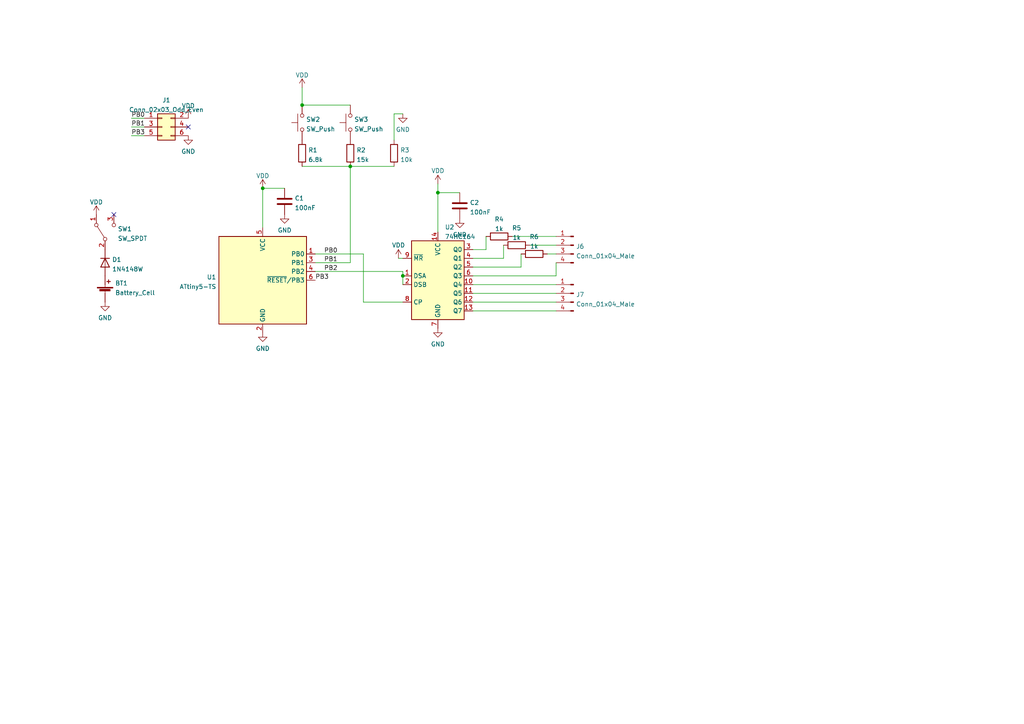
<source format=kicad_sch>
(kicad_sch (version 20211123) (generator eeschema)
  (paper "A4")
  (lib_symbols
    (symbol "74xx:74HC164"
      (property "Reference" "U" (at 1.905 -13.97 0))
      (property "Value" "74HC164" (at 1.905 -16.51 0))
      (symbol "74HC164_0_1"
        (rectangle (start 7.62 10.16) (end -7.62 -12.7) (stroke (width 0.254)) (fill (type background)))
      )
      (symbol "74HC164_1_1"
        (pin input line (at -10.16 0 0) (length 2.54) (name "DSA") (number "1"))
        (pin output line (at 10.16 -2.54 180) (length 2.54) (name "Q4") (number "10"))
        (pin output line (at 10.16 -5.08 180) (length 2.54) (name "Q5") (number "11"))
        (pin output line (at 10.16 -7.62 180) (length 2.54) (name "Q6") (number "12"))
        (pin output line (at 10.16 -10.16 180) (length 2.54) (name "Q7") (number "13"))
        (pin power_in line (at 0 12.7 270) (length 2.54) (name "VCC") (number "14"))
        (pin input line (at -10.16 -2.54 0) (length 2.54) (name "DSB") (number "2"))
        (pin output line (at 10.16 7.62 180) (length 2.54) (name "Q0") (number "3"))
        (pin output line (at 10.16 5.08 180) (length 2.54) (name "Q1") (number "4"))
        (pin output line (at 10.16 2.54 180) (length 2.54) (name "Q2") (number "5"))
        (pin output line (at 10.16 0 180) (length 2.54) (name "Q3") (number "6"))
        (pin power_in line (at 0 -15.24 90) (length 2.54) (name "GND") (number "7"))
        (pin input line (at -10.16 -7.62 0) (length 2.54) (name "CP") (number "8"))
        (pin input line (at -10.16 5.08 0) (length 2.54) (name "~{MR}") (number "9"))
      )
    )
    (symbol "Connector:Conn_01x04_Male" (pin_names (offset 1.016) hide)
      (property "Reference" "J" (at 0 5.08 0))
      (property "Value" "Conn_01x04_Male" (at 0 -7.62 0))
      (symbol "Conn_01x04_Male_1_1"
        (polyline (pts (xy 1.27 -5.08) (xy 0.8636 -5.08)) (stroke (width 0.1524)))
        (polyline (pts (xy 1.27 -2.54) (xy 0.8636 -2.54)) (stroke (width 0.1524)))
        (polyline (pts (xy 1.27 0) (xy 0.8636 0)) (stroke (width 0.1524)))
        (polyline (pts (xy 1.27 2.54) (xy 0.8636 2.54)) (stroke (width 0.1524)))
        (rectangle (start 0.8636 -4.953) (end 0 -5.207) (stroke (width 0.1524)) (fill (type outline)))
        (rectangle (start 0.8636 -2.413) (end 0 -2.667) (stroke (width 0.1524)) (fill (type outline)))
        (rectangle (start 0.8636 0.127) (end 0 -0.127) (stroke (width 0.1524)) (fill (type outline)))
        (rectangle (start 0.8636 2.667) (end 0 2.413) (stroke (width 0.1524)) (fill (type outline)))
        (pin passive line (at 5.08 2.54 180) (length 3.81) (name "Pin_1") (number "1"))
        (pin passive line (at 5.08 0 180) (length 3.81) (name "Pin_2") (number "2"))
        (pin passive line (at 5.08 -2.54 180) (length 3.81) (name "Pin_3") (number "3"))
        (pin passive line (at 5.08 -5.08 180) (length 3.81) (name "Pin_4") (number "4"))
      )
    )
    (symbol "Connector_Generic:Conn_02x03_Odd_Even" (pin_names (offset 1.016) hide)
      (property "Reference" "J" (at 1.27 5.08 0))
      (property "Value" "Conn_02x03_Odd_Even" (at 1.27 -5.08 0))
      (symbol "Conn_02x03_Odd_Even_1_1"
        (rectangle (start -1.27 -2.413) (end 0 -2.667) (stroke (width 0.1524)))
        (rectangle (start -1.27 0.127) (end 0 -0.127) (stroke (width 0.1524)))
        (rectangle (start -1.27 2.667) (end 0 2.413) (stroke (width 0.1524)))
        (rectangle (start -1.27 3.81) (end 3.81 -3.81) (stroke (width 0.254)) (fill (type background)))
        (rectangle (start 3.81 -2.413) (end 2.54 -2.667) (stroke (width 0.1524)))
        (rectangle (start 3.81 0.127) (end 2.54 -0.127) (stroke (width 0.1524)))
        (rectangle (start 3.81 2.667) (end 2.54 2.413) (stroke (width 0.1524)))
        (pin passive line (at -5.08 2.54 0) (length 3.81) (name "Pin_1") (number "1"))
        (pin passive line (at 7.62 2.54 180) (length 3.81) (name "Pin_2") (number "2"))
        (pin passive line (at -5.08 0 0) (length 3.81) (name "Pin_3") (number "3"))
        (pin passive line (at 7.62 0 180) (length 3.81) (name "Pin_4") (number "4"))
        (pin passive line (at -5.08 -2.54 0) (length 3.81) (name "Pin_5") (number "5"))
        (pin passive line (at 7.62 -2.54 180) (length 3.81) (name "Pin_6") (number "6"))
      )
    )
    (symbol "Device:Battery_Cell" (pin_numbers hide) (pin_names (offset 0) hide)
      (property "Reference" "BT" (at 2.54 2.54 0))
      (property "Value" "Battery_Cell" (at 2.54 0 0))
      (symbol "Battery_Cell_0_1"
        (rectangle (start -2.286 1.778) (end 2.286 1.524) (fill (type outline)))
        (rectangle (start -1.5748 1.1938) (end 1.4732 0.6858) (fill (type outline)))
        (polyline (pts (xy 0 0.762) (xy 0 0)))
        (polyline (pts (xy 0 1.778) (xy 0 2.54)))
        (polyline (pts (xy 0.508 3.429) (xy 1.524 3.429)) (stroke (width 0.254)))
        (polyline (pts (xy 1.016 3.937) (xy 1.016 2.921)) (stroke (width 0.254)))
      )
      (symbol "Battery_Cell_1_1"
        (pin passive line (at 0 5.08 270) (length 2.54) (name "+") (number "1"))
        (pin passive line (at 0 -2.54 90) (length 2.54) (name "-") (number "2"))
      )
    )
    (symbol "Device:C" (pin_numbers hide) (pin_names (offset 0.254))
      (property "Reference" "C" (at 0.635 2.54 0))
      (property "Value" "C" (at 0.635 -2.54 0))
      (symbol "C_0_1"
        (polyline (pts (xy -2.032 -0.762) (xy 2.032 -0.762)) (stroke (width 0.508)))
        (polyline (pts (xy -2.032 0.762) (xy 2.032 0.762)) (stroke (width 0.508)))
      )
      (symbol "C_1_1"
        (pin passive line (at 0 3.81 270) (length 2.794) (name "~") (number "1"))
        (pin passive line (at 0 -3.81 90) (length 2.794) (name "~") (number "2"))
      )
    )
    (symbol "Device:R" (pin_numbers hide) (pin_names (offset 0))
      (property "Reference" "R" (at 2.032 0 90))
      (property "Value" "R" (at 0 0 90))
      (symbol "R_0_1"
        (rectangle (start -1.016 -2.54) (end 1.016 2.54) (stroke (width 0.254)))
      )
      (symbol "R_1_1"
        (pin passive line (at 0 3.81 270) (length 1.27) (name "~") (number "1"))
        (pin passive line (at 0 -3.81 90) (length 1.27) (name "~") (number "2"))
      )
    )
    (symbol "Diode:1N4148W" (pin_numbers hide) (pin_names (offset 1.016) hide)
      (property "Reference" "D" (at 0 2.54 0))
      (property "Value" "1N4148W" (at 0 -2.54 0))
      (symbol "1N4148W_0_1"
        (polyline (pts (xy -1.27 1.27) (xy -1.27 -1.27)) (stroke (width 0.254)))
        (polyline (pts (xy 1.27 0) (xy -1.27 0)))
        (polyline (pts (xy 1.27 1.27) (xy 1.27 -1.27) (xy -1.27 0) (xy 1.27 1.27)) (stroke (width 0.254)))
      )
      (symbol "1N4148W_1_1"
        (pin passive line (at -3.81 0 0) (length 2.54) (name "K") (number "1"))
        (pin passive line (at 3.81 0 180) (length 2.54) (name "A") (number "2"))
      )
    )
    (symbol "MCU_Microchip_ATtiny:ATtiny5-TS"
      (property "Reference" "U" (at -12.7 13.97 0))
      (property "Value" "ATtiny5-TS" (at 2.54 -13.97 0))
      (symbol "ATtiny5-TS_0_1"
        (rectangle (start -12.7 -12.7) (end 12.7 12.7) (stroke (width 0.254)) (fill (type background)))
      )
      (symbol "ATtiny5-TS_1_1"
        (pin bidirectional line (at 15.24 7.62 180) (length 2.54) (name "PB0") (number "1"))
        (pin power_in line (at 0 -15.24 90) (length 2.54) (name "GND") (number "2"))
        (pin bidirectional line (at 15.24 5.08 180) (length 2.54) (name "PB1") (number "3"))
        (pin bidirectional line (at 15.24 2.54 180) (length 2.54) (name "PB2") (number "4"))
        (pin power_in line (at 0 15.24 270) (length 2.54) (name "VCC") (number "5"))
        (pin bidirectional line (at 15.24 0 180) (length 2.54) (name "~{RESET}/PB3") (number "6"))
      )
    )
    (symbol "Switch:SW_Push" (pin_numbers hide) (pin_names (offset 1.016) hide)
      (property "Reference" "SW" (at 1.27 2.54 0))
      (property "Value" "SW_Push" (at 0 -1.524 0))
      (symbol "SW_Push_0_1"
        (circle (center -2.032 0) (radius 0.508))
        (polyline (pts (xy 0 1.27) (xy 0 3.048)))
        (polyline (pts (xy 2.54 1.27) (xy -2.54 1.27)))
        (circle (center 2.032 0) (radius 0.508))
        (pin passive line (at -5.08 0 0) (length 2.54) (name "1") (number "1"))
        (pin passive line (at 5.08 0 180) (length 2.54) (name "2") (number "2"))
      )
    )
    (symbol "Switch:SW_SPDT" (pin_names (offset 0) hide)
      (property "Reference" "SW" (at 0 4.318 0))
      (property "Value" "SW_SPDT" (at 0 -5.08 0))
      (symbol "SW_SPDT_0_0"
        (circle (center -2.032 0) (radius 0.508))
        (circle (center 2.032 -2.54) (radius 0.508))
      )
      (symbol "SW_SPDT_0_1"
        (polyline (pts (xy -1.524 0.254) (xy 1.651 2.286)))
        (circle (center 2.032 2.54) (radius 0.508))
      )
      (symbol "SW_SPDT_1_1"
        (pin passive line (at 5.08 2.54 180) (length 2.54) (name "A") (number "1"))
        (pin passive line (at -5.08 0 0) (length 2.54) (name "B") (number "2"))
        (pin passive line (at 5.08 -2.54 180) (length 2.54) (name "C") (number "3"))
      )
    )
    (symbol "power:GND" (power) (pin_names (offset 0))
      (property "Value" "GND" (at 0 -3.81 0))
      (symbol "GND_0_1"
        (polyline (pts (xy 0 0) (xy 0 -1.27) (xy 1.27 -1.27) (xy 0 -2.54) (xy -1.27 -1.27) (xy 0 -1.27)))
      )
      (symbol "GND_1_1"
        (pin power_in line (at 0 0 270) (length 0) hide (name "GND") (number "1"))
      )
    )
    (symbol "power:VDD" (power) (pin_names (offset 0))
      (property "Value" "VDD" (at 0 3.81 0))
      (symbol "VDD_0_1"
        (polyline (pts (xy -0.762 1.27) (xy 0 2.54)))
        (polyline (pts (xy 0 0) (xy 0 2.54)))
        (polyline (pts (xy 0 2.54) (xy 0.762 1.27)))
      )
      (symbol "VDD_1_1"
        (pin power_in line (at 0 0 90) (length 0) hide (name "VDD") (number "1"))
      )
    )
  )
  (junction (at 127 55.88))
  (junction (at 116.84 80.01))
  (junction (at 101.6 48.26))
  (junction (at 76.2 54.61))
  (junction (at 87.63 30.48))
  (no_connect (at 33.02 62.23))
  (no_connect (at 54.61 36.83))
  (wire (pts (xy 137.16 77.47) (xy 151.13 77.47)))
  (wire (pts (xy 38.1 36.83) (xy 41.91 36.83)))
  (wire (pts (xy 133.35 55.88) (xy 127 55.88)))
  (wire (pts (xy 137.16 80.01) (xy 161.29 80.01)))
  (wire (pts (xy 137.16 72.39) (xy 140.97 72.39)))
  (wire (pts (xy 116.84 80.01) (xy 116.84 82.55)))
  (wire (pts (xy 140.97 72.39) (xy 140.97 68.58)))
  (wire (pts (xy 91.44 78.74) (xy 116.84 78.74)))
  (wire (pts (xy 114.3 33.02) (xy 116.84 33.02)))
  (wire (pts (xy 38.1 34.29) (xy 41.91 34.29)))
  (wire (pts (xy 127 55.88) (xy 127 67.31)))
  (wire (pts (xy 91.44 76.2) (xy 101.6 76.2)))
  (wire (pts (xy 87.63 25.4) (xy 87.63 30.48)))
  (wire (pts (xy 137.16 74.93) (xy 146.05 74.93)))
  (wire (pts (xy 153.67 71.12) (xy 161.29 71.12)))
  (wire (pts (xy 38.1 39.37) (xy 41.91 39.37)))
  (wire (pts (xy 137.16 85.09) (xy 161.29 85.09)))
  (wire (pts (xy 146.05 74.93) (xy 146.05 71.12)))
  (wire (pts (xy 87.63 30.48) (xy 101.6 30.48)))
  (wire (pts (xy 87.63 48.26) (xy 101.6 48.26)))
  (wire (pts (xy 116.84 78.74) (xy 116.84 80.01)))
  (wire (pts (xy 137.16 87.63) (xy 161.29 87.63)))
  (wire (pts (xy 115.57 74.93) (xy 116.84 74.93)))
  (wire (pts (xy 127 53.34) (xy 127 55.88)))
  (wire (pts (xy 91.44 73.66) (xy 105.41 73.66)))
  (wire (pts (xy 158.75 73.66) (xy 161.29 73.66)))
  (wire (pts (xy 137.16 90.17) (xy 161.29 90.17)))
  (wire (pts (xy 105.41 87.63) (xy 116.84 87.63)))
  (wire (pts (xy 101.6 76.2) (xy 101.6 48.26)))
  (wire (pts (xy 148.59 68.58) (xy 161.29 68.58)))
  (wire (pts (xy 151.13 77.47) (xy 151.13 73.66)))
  (wire (pts (xy 137.16 82.55) (xy 161.29 82.55)))
  (wire (pts (xy 76.2 54.61) (xy 82.55 54.61)))
  (wire (pts (xy 114.3 33.02) (xy 114.3 40.64)))
  (wire (pts (xy 101.6 48.26) (xy 114.3 48.26)))
  (wire (pts (xy 76.2 54.61) (xy 76.2 66.04)))
  (wire (pts (xy 105.41 73.66) (xy 105.41 87.63)))
  (wire (pts (xy 161.29 76.2) (xy 161.29 80.01)))
  (label "PB2" (at 93.98 78.74 0))
  (label "PB1" (at 93.98 76.2 0))
  (label "PB3" (at 38.1 39.37 0))
  (label "PB0" (at 38.1 34.29 0))
  (label "PB0" (at 93.98 73.66 0))
  (label "PB3" (at 91.44 81.28 0))
  (label "PB1" (at 38.1 36.83 0))
  (symbol (lib_id "74xx:74HC164") (at 127 80.01 0) (unit 1)
    (property "Reference" "U2" (at 129.0194 65.8835 0) (effects (justify left)))
    (property "Value" "74HC164" (at 129.0194 68.6586 0) (effects (justify left)))
    (property "Footprint" "Package_SO:TSSOP-14_4.4x5mm_P0.65mm" (effects hide))
    (property "Datasheet" "https://assets.nexperia.com/documents/data-sheet/74HC_HCT164.pdf" (effects hide))
  )
  (symbol (lib_id "Diode:1N4148W") (at 30.48 76.2 270) (unit 1)
    (property "Reference" "D1" (at 32.512 75.2915 90) (effects (justify left)))
    (property "Value" "1N4148W" (at 32.512 78.0666 90) (effects (justify left)))
    (property "Footprint" "Diode_SMD:D_SOD-123" (effects hide))
    (property "Datasheet" "https://www.vishay.com/docs/85748/1n4148w.pdf" (effects hide))
  )
  (symbol (lib_id "power:VDD") (at 76.2 54.61 0) (unit 1)
    (property "Reference" "#PWR05" (effects hide))
    (property "Value" "VDD" (at 76.2 51.0055 0))
  )
  (symbol (lib_id "Switch:SW_Push") (at 101.6 35.56 90) (unit 1)
    (property "Reference" "SW3" (at 102.743 34.6515 90) (effects (justify right)))
    (property "Value" "SW_Push" (at 102.743 37.4266 90) (effects (justify right)))
    (property "Footprint" "Button_Switch_SMD:SW_SPST_B3U-3000P" (effects hide))
  )
  (symbol (lib_id "Connector:Conn_01x04_Male") (at 166.37 85.09 0) (mirror y) (unit 1)
    (property "Reference" "J7" (at 167.0812 85.4515 0) (effects (justify right)))
    (property "Value" "Conn_01x04_Male" (at 167.0812 88.2266 0) (effects (justify right)))
    (property "Footprint" "Connector_PinHeader_1.27mm:PinHeader_1x04_P1.27mm_Vertical" (effects hide))
  )
  (symbol (lib_id "Device:R") (at 149.86 71.12 90) (unit 1)
    (property "Reference" "R5" (at 149.86 66.1375 90))
    (property "Value" "1k" (at 149.86 68.9126 90))
    (property "Footprint" "Resistor_SMD:R_0603_1608Metric_Pad0.98x0.95mm_HandSolder" (effects hide))
  )
  (symbol (lib_id "power:GND") (at 54.61 39.37 0) (unit 1)
    (property "Reference" "#PWR04" (effects hide))
    (property "Value" "GND" (at 54.61 43.9325 0))
  )
  (symbol (lib_id "power:GND") (at 82.55 62.23 0) (unit 1)
    (property "Reference" "#PWR07" (effects hide))
    (property "Value" "GND" (at 82.55 66.7925 0))
  )
  (symbol (lib_id "power:GND") (at 127 95.25 0) (unit 1)
    (property "Reference" "#PWR012" (effects hide))
    (property "Value" "GND" (at 127 99.8125 0))
  )
  (symbol (lib_id "MCU_Microchip_ATtiny:ATtiny5-TS") (at 76.2 81.28 0) (unit 1)
    (property "Reference" "U1" (at 62.738 80.3715 0) (effects (justify right)))
    (property "Value" "ATtiny5-TS" (at 62.738 83.1466 0) (effects (justify right)))
    (property "Footprint" "Package_TO_SOT_SMD:SOT-23-6" (effects hide))
    (property "Datasheet" "http://ww1.microchip.com/downloads/en/DeviceDoc/Atmel-8127-AVR-8-bit-Microcontroller-ATtiny4-ATtiny5-ATtiny9-ATtiny10_Datasheet.pdf" (effects hide))
  )
  (symbol (lib_id "Device:R") (at 144.78 68.58 90) (unit 1)
    (property "Reference" "R4" (at 144.78 63.5975 90))
    (property "Value" "1k" (at 144.78 66.3726 90))
    (property "Footprint" "Resistor_SMD:R_0603_1608Metric_Pad0.98x0.95mm_HandSolder" (effects hide))
  )
  (symbol (lib_id "power:VDD") (at 127 53.34 0) (unit 1)
    (property "Reference" "#PWR011" (effects hide))
    (property "Value" "VDD" (at 127 49.53 0))
  )
  (symbol (lib_id "Switch:SW_SPDT") (at 30.48 67.31 90) (unit 1)
    (property "Reference" "SW1" (at 34.163 66.4015 90) (effects (justify right)))
    (property "Value" "SW_SPDT" (at 34.163 69.1766 90) (effects (justify right)))
    (property "Footprint" "Button_Switch_SMD:SW_SPDT_CK-JS102011SAQN" (effects hide))
  )
  (symbol (lib_id "Device:Battery_Cell") (at 30.48 85.09 0) (unit 1)
    (property "Reference" "BT1" (at 33.401 82.1495 0) (effects (justify left)))
    (property "Value" "Battery_Cell" (at 33.401 84.9246 0) (effects (justify left)))
    (property "Footprint" "BAT-HLD-012-SMT:BAT_BAT-HLD-012-SMT" (effects hide))
  )
  (symbol (lib_id "Device:R") (at 114.3 44.45 180) (unit 1)
    (property "Reference" "R3" (at 116.078 43.5415 0) (effects (justify right)))
    (property "Value" "10k" (at 116.078 46.3166 0) (effects (justify right)))
    (property "Footprint" "Resistor_SMD:R_0603_1608Metric_Pad0.98x0.95mm_HandSolder" (effects hide))
  )
  (symbol (lib_id "power:GND") (at 30.48 87.63 0) (unit 1)
    (property "Reference" "#PWR02" (effects hide))
    (property "Value" "GND" (at 30.48 92.1925 0))
  )
  (symbol (lib_id "power:GND") (at 76.2 96.52 0) (unit 1)
    (property "Reference" "#PWR06" (effects hide))
    (property "Value" "GND" (at 76.2 101.0825 0))
  )
  (symbol (lib_id "Device:R") (at 87.63 44.45 180) (unit 1)
    (property "Reference" "R1" (at 89.408 43.5415 0) (effects (justify right)))
    (property "Value" "6.8k" (at 89.408 46.3166 0) (effects (justify right)))
    (property "Footprint" "Resistor_SMD:R_0603_1608Metric_Pad0.98x0.95mm_HandSolder" (effects hide))
  )
  (symbol (lib_id "Device:R") (at 154.94 73.66 90) (unit 1)
    (property "Reference" "R6" (at 154.94 68.6775 90))
    (property "Value" "1k" (at 154.94 71.4526 90))
    (property "Footprint" "Resistor_SMD:R_0603_1608Metric_Pad0.98x0.95mm_HandSolder" (effects hide))
  )
  (symbol (lib_id "Device:R") (at 101.6 44.45 180) (unit 1)
    (property "Reference" "R2" (at 103.378 43.5415 0) (effects (justify right)))
    (property "Value" "15k" (at 103.378 46.3166 0) (effects (justify right)))
    (property "Footprint" "Resistor_SMD:R_0603_1608Metric_Pad0.98x0.95mm_HandSolder" (effects hide))
  )
  (symbol (lib_id "power:VDD") (at 115.57 74.93 0) (unit 1)
    (property "Reference" "#PWR09" (effects hide))
    (property "Value" "VDD" (at 115.57 71.12 0))
  )
  (symbol (lib_id "power:VDD") (at 54.61 34.29 0) (unit 1)
    (property "Reference" "#PWR03" (effects hide))
    (property "Value" "VDD" (at 54.61 30.6855 0))
  )
  (symbol (lib_id "Device:C") (at 82.55 58.42 0) (unit 1)
    (property "Reference" "C1" (at 85.471 57.5115 0) (effects (justify left)))
    (property "Value" "100nF" (at 85.471 60.2866 0) (effects (justify left)))
    (property "Footprint" "Capacitor_SMD:C_0603_1608Metric_Pad1.08x0.95mm_HandSolder" (effects hide))
  )
  (symbol (lib_id "power:VDD") (at 87.63 25.4 0) (unit 1)
    (property "Reference" "#PWR08" (effects hide))
    (property "Value" "VDD" (at 87.63 21.7955 0))
  )
  (symbol (lib_id "power:GND") (at 133.35 63.5 0) (unit 1)
    (property "Reference" "#PWR013" (effects hide))
    (property "Value" "GND" (at 133.35 68.0625 0))
  )
  (symbol (lib_id "Connector:Conn_01x04_Male") (at 166.37 71.12 0) (mirror y) (unit 1)
    (property "Reference" "J6" (at 167.0812 71.4815 0) (effects (justify right)))
    (property "Value" "Conn_01x04_Male" (at 167.0812 74.2566 0) (effects (justify right)))
    (property "Footprint" "Connector_PinHeader_1.27mm:PinHeader_1x04_P1.27mm_Vertical" (effects hide))
  )
  (symbol (lib_id "Connector_Generic:Conn_02x03_Odd_Even") (at 46.99 36.83 0) (unit 1)
    (property "Reference" "J1" (at 48.26 29.0535 0))
    (property "Value" "Conn_02x03_Odd_Even" (at 48.26 31.8286 0))
    (property "Footprint" "Connector:Tag-Connect_TC2030-IDC-NL_2x03_P1.27mm_Vertical" (effects hide))
  )
  (symbol (lib_id "power:GND") (at 116.84 33.02 0) (unit 1)
    (property "Reference" "#PWR010" (effects hide))
    (property "Value" "GND" (at 116.84 37.5825 0))
  )
  (symbol (lib_id "Switch:SW_Push") (at 87.63 35.56 90) (unit 1)
    (property "Reference" "SW2" (at 88.773 34.6515 90) (effects (justify right)))
    (property "Value" "SW_Push" (at 88.773 37.4266 90) (effects (justify right)))
    (property "Footprint" "Button_Switch_SMD:SW_SPST_B3U-3000P" (effects hide))
  )
  (symbol (lib_id "Device:C") (at 133.35 59.69 0) (unit 1)
    (property "Reference" "C2" (at 136.271 58.7815 0) (effects (justify left)))
    (property "Value" "100nF" (at 136.271 61.5566 0) (effects (justify left)))
    (property "Footprint" "Capacitor_SMD:C_0603_1608Metric_Pad1.08x0.95mm_HandSolder" (effects hide))
  )
  (symbol (lib_id "power:VDD") (at 27.94 62.23 0) (unit 1)
    (property "Reference" "#PWR01" (effects hide))
    (property "Value" "VDD" (at 27.94 58.6255 0))
  )
)
</source>
